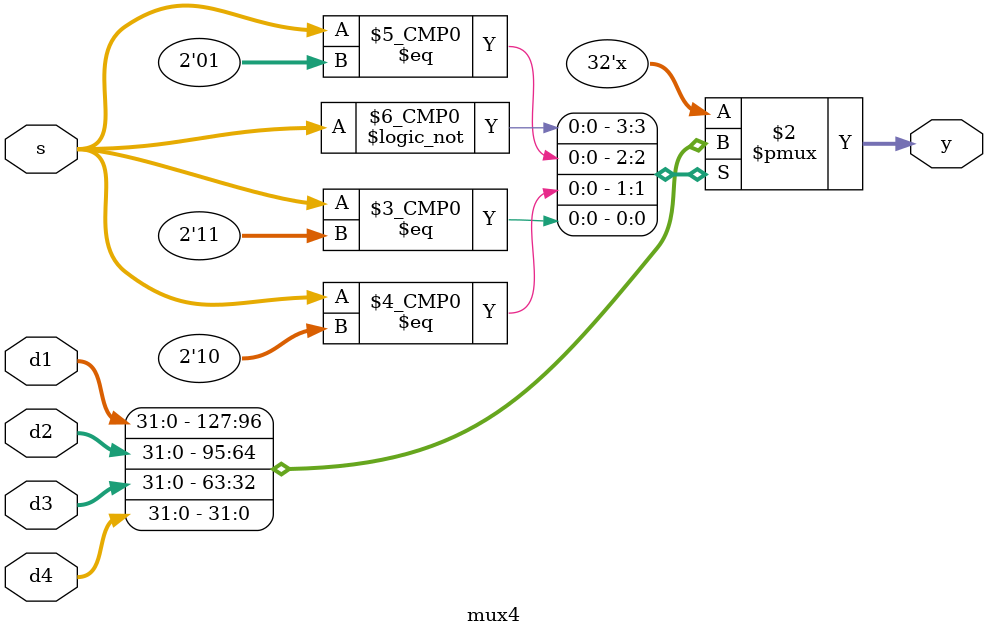
<source format=sv>
module mux4 #(parameter WIDTH = 32)(
    input logic [WIDTH-1:0] d1, d2, d3, d4,
    input logic [1:0] s,
    output logic [WIDTH-1:0] y
    );
    always_comb
        case(s)
            2'b00: y <= d1;
            2'b01: y <= d2;
            2'b10: y <= d3;
            2'b11: y <= d4;
            default: y <= d1;
        endcase
endmodule

</source>
